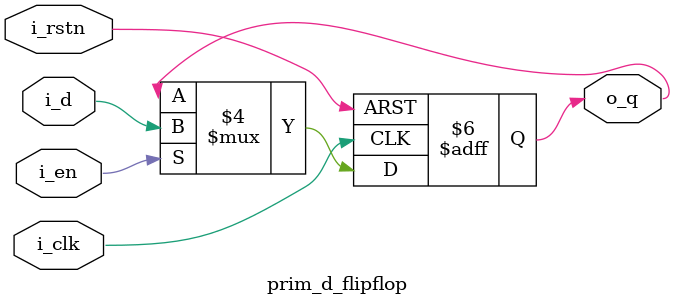
<source format=sv>

module prim_d_flipflop #(parameter logic RESET_VAL = 1'b0)(
    input  logic i_clk,
    input  logic i_rstn,      // Active-Low asynchronous reset
    input  logic i_en,
    input  logic i_d,
    output logic o_q
);

always_ff @(posedge i_clk, negedge i_rstn) begin
    if (!i_rstn)       o_q  <=  RESET_VAL;
    else if (i_en)     o_q  <=  i_d;
    else               o_q  <=  o_q;  // Prevent latch
end


endmodule : prim_d_flipflop

</source>
